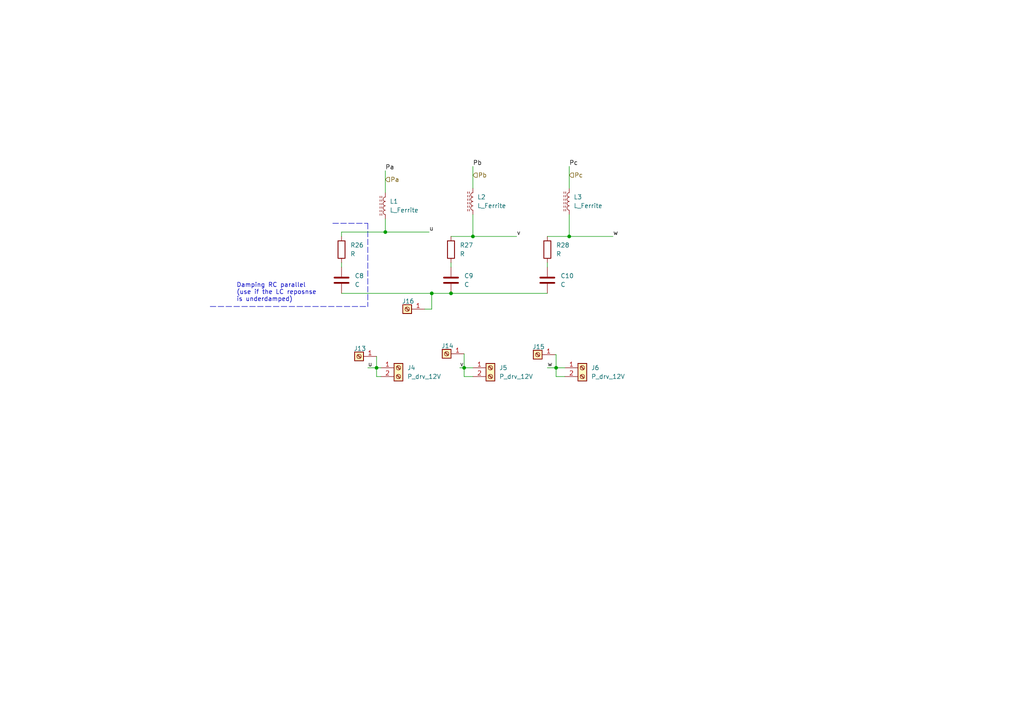
<source format=kicad_sch>
(kicad_sch (version 20211123) (generator eeschema)

  (uuid 8f0b4660-e1f3-4295-adde-62d68aeac5ee)

  (paper "A4")

  (title_block
    (title "Driver_board 3 phase inverter 6 Channel")
    (date "2022-09-01")
    (rev "2")
    (company "Designed By - Yawar Badri")
    (comment 3 "600V | 1200V | 600V")
  )

  (lib_symbols
    (symbol "Connector:Screw_Terminal_01x01" (pin_names (offset 1.016) hide) (in_bom yes) (on_board yes)
      (property "Reference" "J" (id 0) (at 0 2.54 0)
        (effects (font (size 1.27 1.27)))
      )
      (property "Value" "Screw_Terminal_01x01" (id 1) (at 0 -2.54 0)
        (effects (font (size 1.27 1.27)))
      )
      (property "Footprint" "" (id 2) (at 0 0 0)
        (effects (font (size 1.27 1.27)) hide)
      )
      (property "Datasheet" "~" (id 3) (at 0 0 0)
        (effects (font (size 1.27 1.27)) hide)
      )
      (property "ki_keywords" "screw terminal" (id 4) (at 0 0 0)
        (effects (font (size 1.27 1.27)) hide)
      )
      (property "ki_description" "Generic screw terminal, single row, 01x01, script generated (kicad-library-utils/schlib/autogen/connector/)" (id 5) (at 0 0 0)
        (effects (font (size 1.27 1.27)) hide)
      )
      (property "ki_fp_filters" "TerminalBlock*:*" (id 6) (at 0 0 0)
        (effects (font (size 1.27 1.27)) hide)
      )
      (symbol "Screw_Terminal_01x01_1_1"
        (rectangle (start -1.27 1.27) (end 1.27 -1.27)
          (stroke (width 0.254) (type default) (color 0 0 0 0))
          (fill (type background))
        )
        (polyline
          (pts
            (xy -0.5334 0.3302)
            (xy 0.3302 -0.508)
          )
          (stroke (width 0.1524) (type default) (color 0 0 0 0))
          (fill (type none))
        )
        (polyline
          (pts
            (xy -0.3556 0.508)
            (xy 0.508 -0.3302)
          )
          (stroke (width 0.1524) (type default) (color 0 0 0 0))
          (fill (type none))
        )
        (circle (center 0 0) (radius 0.635)
          (stroke (width 0.1524) (type default) (color 0 0 0 0))
          (fill (type none))
        )
        (pin passive line (at -5.08 0 0) (length 3.81)
          (name "Pin_1" (effects (font (size 1.27 1.27))))
          (number "1" (effects (font (size 1.27 1.27))))
        )
      )
    )
    (symbol "Connector:Screw_Terminal_01x02" (pin_names (offset 1.016) hide) (in_bom yes) (on_board yes)
      (property "Reference" "J" (id 0) (at 0 2.54 0)
        (effects (font (size 1.27 1.27)))
      )
      (property "Value" "Screw_Terminal_01x02" (id 1) (at 0 -5.08 0)
        (effects (font (size 1.27 1.27)))
      )
      (property "Footprint" "" (id 2) (at 0 0 0)
        (effects (font (size 1.27 1.27)) hide)
      )
      (property "Datasheet" "~" (id 3) (at 0 0 0)
        (effects (font (size 1.27 1.27)) hide)
      )
      (property "ki_keywords" "screw terminal" (id 4) (at 0 0 0)
        (effects (font (size 1.27 1.27)) hide)
      )
      (property "ki_description" "Generic screw terminal, single row, 01x02, script generated (kicad-library-utils/schlib/autogen/connector/)" (id 5) (at 0 0 0)
        (effects (font (size 1.27 1.27)) hide)
      )
      (property "ki_fp_filters" "TerminalBlock*:*" (id 6) (at 0 0 0)
        (effects (font (size 1.27 1.27)) hide)
      )
      (symbol "Screw_Terminal_01x02_1_1"
        (rectangle (start -1.27 1.27) (end 1.27 -3.81)
          (stroke (width 0.254) (type default) (color 0 0 0 0))
          (fill (type background))
        )
        (circle (center 0 -2.54) (radius 0.635)
          (stroke (width 0.1524) (type default) (color 0 0 0 0))
          (fill (type none))
        )
        (polyline
          (pts
            (xy -0.5334 -2.2098)
            (xy 0.3302 -3.048)
          )
          (stroke (width 0.1524) (type default) (color 0 0 0 0))
          (fill (type none))
        )
        (polyline
          (pts
            (xy -0.5334 0.3302)
            (xy 0.3302 -0.508)
          )
          (stroke (width 0.1524) (type default) (color 0 0 0 0))
          (fill (type none))
        )
        (polyline
          (pts
            (xy -0.3556 -2.032)
            (xy 0.508 -2.8702)
          )
          (stroke (width 0.1524) (type default) (color 0 0 0 0))
          (fill (type none))
        )
        (polyline
          (pts
            (xy -0.3556 0.508)
            (xy 0.508 -0.3302)
          )
          (stroke (width 0.1524) (type default) (color 0 0 0 0))
          (fill (type none))
        )
        (circle (center 0 0) (radius 0.635)
          (stroke (width 0.1524) (type default) (color 0 0 0 0))
          (fill (type none))
        )
        (pin passive line (at -5.08 0 0) (length 3.81)
          (name "Pin_1" (effects (font (size 1.27 1.27))))
          (number "1" (effects (font (size 1.27 1.27))))
        )
        (pin passive line (at -5.08 -2.54 0) (length 3.81)
          (name "Pin_2" (effects (font (size 1.27 1.27))))
          (number "2" (effects (font (size 1.27 1.27))))
        )
      )
    )
    (symbol "Device:C" (pin_numbers hide) (pin_names (offset 0.254)) (in_bom yes) (on_board yes)
      (property "Reference" "C" (id 0) (at 0.635 2.54 0)
        (effects (font (size 1.27 1.27)) (justify left))
      )
      (property "Value" "C" (id 1) (at 0.635 -2.54 0)
        (effects (font (size 1.27 1.27)) (justify left))
      )
      (property "Footprint" "" (id 2) (at 0.9652 -3.81 0)
        (effects (font (size 1.27 1.27)) hide)
      )
      (property "Datasheet" "~" (id 3) (at 0 0 0)
        (effects (font (size 1.27 1.27)) hide)
      )
      (property "ki_keywords" "cap capacitor" (id 4) (at 0 0 0)
        (effects (font (size 1.27 1.27)) hide)
      )
      (property "ki_description" "Unpolarized capacitor" (id 5) (at 0 0 0)
        (effects (font (size 1.27 1.27)) hide)
      )
      (property "ki_fp_filters" "C_*" (id 6) (at 0 0 0)
        (effects (font (size 1.27 1.27)) hide)
      )
      (symbol "C_0_1"
        (polyline
          (pts
            (xy -2.032 -0.762)
            (xy 2.032 -0.762)
          )
          (stroke (width 0.508) (type default) (color 0 0 0 0))
          (fill (type none))
        )
        (polyline
          (pts
            (xy -2.032 0.762)
            (xy 2.032 0.762)
          )
          (stroke (width 0.508) (type default) (color 0 0 0 0))
          (fill (type none))
        )
      )
      (symbol "C_1_1"
        (pin passive line (at 0 3.81 270) (length 2.794)
          (name "~" (effects (font (size 1.27 1.27))))
          (number "1" (effects (font (size 1.27 1.27))))
        )
        (pin passive line (at 0 -3.81 90) (length 2.794)
          (name "~" (effects (font (size 1.27 1.27))))
          (number "2" (effects (font (size 1.27 1.27))))
        )
      )
    )
    (symbol "Device:L_Ferrite" (pin_numbers hide) (pin_names (offset 1.016) hide) (in_bom yes) (on_board yes)
      (property "Reference" "L" (id 0) (at -1.27 0 90)
        (effects (font (size 1.27 1.27)))
      )
      (property "Value" "L_Ferrite" (id 1) (at 2.794 0 90)
        (effects (font (size 1.27 1.27)))
      )
      (property "Footprint" "" (id 2) (at 0 0 0)
        (effects (font (size 1.27 1.27)) hide)
      )
      (property "Datasheet" "~" (id 3) (at 0 0 0)
        (effects (font (size 1.27 1.27)) hide)
      )
      (property "ki_keywords" "inductor choke coil reactor magnetic" (id 4) (at 0 0 0)
        (effects (font (size 1.27 1.27)) hide)
      )
      (property "ki_description" "Inductor with ferrite core" (id 5) (at 0 0 0)
        (effects (font (size 1.27 1.27)) hide)
      )
      (property "ki_fp_filters" "Choke_* *Coil* Inductor_* L_*" (id 6) (at 0 0 0)
        (effects (font (size 1.27 1.27)) hide)
      )
      (symbol "L_Ferrite_0_1"
        (arc (start 0 -2.54) (mid 0.635 -1.905) (end 0 -1.27)
          (stroke (width 0) (type default) (color 0 0 0 0))
          (fill (type none))
        )
        (arc (start 0 -1.27) (mid 0.635 -0.635) (end 0 0)
          (stroke (width 0) (type default) (color 0 0 0 0))
          (fill (type none))
        )
        (polyline
          (pts
            (xy 1.016 -2.794)
            (xy 1.016 -2.286)
          )
          (stroke (width 0) (type default) (color 0 0 0 0))
          (fill (type none))
        )
        (polyline
          (pts
            (xy 1.016 -1.778)
            (xy 1.016 -1.27)
          )
          (stroke (width 0) (type default) (color 0 0 0 0))
          (fill (type none))
        )
        (polyline
          (pts
            (xy 1.016 -0.762)
            (xy 1.016 -0.254)
          )
          (stroke (width 0) (type default) (color 0 0 0 0))
          (fill (type none))
        )
        (polyline
          (pts
            (xy 1.016 0.254)
            (xy 1.016 0.762)
          )
          (stroke (width 0) (type default) (color 0 0 0 0))
          (fill (type none))
        )
        (polyline
          (pts
            (xy 1.016 1.27)
            (xy 1.016 1.778)
          )
          (stroke (width 0) (type default) (color 0 0 0 0))
          (fill (type none))
        )
        (polyline
          (pts
            (xy 1.016 2.286)
            (xy 1.016 2.794)
          )
          (stroke (width 0) (type default) (color 0 0 0 0))
          (fill (type none))
        )
        (polyline
          (pts
            (xy 1.524 -2.286)
            (xy 1.524 -2.794)
          )
          (stroke (width 0) (type default) (color 0 0 0 0))
          (fill (type none))
        )
        (polyline
          (pts
            (xy 1.524 -1.27)
            (xy 1.524 -1.778)
          )
          (stroke (width 0) (type default) (color 0 0 0 0))
          (fill (type none))
        )
        (polyline
          (pts
            (xy 1.524 -0.254)
            (xy 1.524 -0.762)
          )
          (stroke (width 0) (type default) (color 0 0 0 0))
          (fill (type none))
        )
        (polyline
          (pts
            (xy 1.524 0.762)
            (xy 1.524 0.254)
          )
          (stroke (width 0) (type default) (color 0 0 0 0))
          (fill (type none))
        )
        (polyline
          (pts
            (xy 1.524 1.778)
            (xy 1.524 1.27)
          )
          (stroke (width 0) (type default) (color 0 0 0 0))
          (fill (type none))
        )
        (polyline
          (pts
            (xy 1.524 2.794)
            (xy 1.524 2.286)
          )
          (stroke (width 0) (type default) (color 0 0 0 0))
          (fill (type none))
        )
        (arc (start 0 0) (mid 0.635 0.635) (end 0 1.27)
          (stroke (width 0) (type default) (color 0 0 0 0))
          (fill (type none))
        )
        (arc (start 0 1.27) (mid 0.635 1.905) (end 0 2.54)
          (stroke (width 0) (type default) (color 0 0 0 0))
          (fill (type none))
        )
      )
      (symbol "L_Ferrite_1_1"
        (pin passive line (at 0 3.81 270) (length 1.27)
          (name "1" (effects (font (size 1.27 1.27))))
          (number "1" (effects (font (size 1.27 1.27))))
        )
        (pin passive line (at 0 -3.81 90) (length 1.27)
          (name "2" (effects (font (size 1.27 1.27))))
          (number "2" (effects (font (size 1.27 1.27))))
        )
      )
    )
    (symbol "Device:R" (pin_numbers hide) (pin_names (offset 0)) (in_bom yes) (on_board yes)
      (property "Reference" "R" (id 0) (at 2.032 0 90)
        (effects (font (size 1.27 1.27)))
      )
      (property "Value" "R" (id 1) (at 0 0 90)
        (effects (font (size 1.27 1.27)))
      )
      (property "Footprint" "" (id 2) (at -1.778 0 90)
        (effects (font (size 1.27 1.27)) hide)
      )
      (property "Datasheet" "~" (id 3) (at 0 0 0)
        (effects (font (size 1.27 1.27)) hide)
      )
      (property "ki_keywords" "R res resistor" (id 4) (at 0 0 0)
        (effects (font (size 1.27 1.27)) hide)
      )
      (property "ki_description" "Resistor" (id 5) (at 0 0 0)
        (effects (font (size 1.27 1.27)) hide)
      )
      (property "ki_fp_filters" "R_*" (id 6) (at 0 0 0)
        (effects (font (size 1.27 1.27)) hide)
      )
      (symbol "R_0_1"
        (rectangle (start -1.016 -2.54) (end 1.016 2.54)
          (stroke (width 0.254) (type default) (color 0 0 0 0))
          (fill (type none))
        )
      )
      (symbol "R_1_1"
        (pin passive line (at 0 3.81 270) (length 1.27)
          (name "~" (effects (font (size 1.27 1.27))))
          (number "1" (effects (font (size 1.27 1.27))))
        )
        (pin passive line (at 0 -3.81 90) (length 1.27)
          (name "~" (effects (font (size 1.27 1.27))))
          (number "2" (effects (font (size 1.27 1.27))))
        )
      )
    )
  )

  (junction (at 111.76 67.31) (diameter 0) (color 0 0 0 0)
    (uuid 0ae64bef-a1cd-4b4f-af50-381c3a56ce9a)
  )
  (junction (at 130.81 85.09) (diameter 0) (color 0 0 0 0)
    (uuid 0e8dbdd0-5827-4c38-a565-16f3f4532a50)
  )
  (junction (at 165.1 68.58) (diameter 0) (color 0 0 0 0)
    (uuid 2b058095-7260-4aba-b356-4abec57faf87)
  )
  (junction (at 134.62 106.68) (diameter 0) (color 0 0 0 0)
    (uuid 95865ea7-4019-4928-917b-a49e7fcc3635)
  )
  (junction (at 109.22 106.68) (diameter 0) (color 0 0 0 0)
    (uuid a4d5ed22-8747-4732-a3be-b1896682d9af)
  )
  (junction (at 161.29 106.68) (diameter 0) (color 0 0 0 0)
    (uuid f384432a-8a19-4e7c-8990-422fc37d091b)
  )
  (junction (at 125.222 85.09) (diameter 0) (color 0 0 0 0)
    (uuid f822583b-74f2-4ca3-b9aa-3922681e2624)
  )
  (junction (at 137.16 68.58) (diameter 0) (color 0 0 0 0)
    (uuid fa004ecc-ce53-48b2-8c34-628551b78335)
  )

  (wire (pts (xy 134.62 109.22) (xy 134.62 106.68))
    (stroke (width 0) (type default) (color 0 0 0 0))
    (uuid 0c3c4b1a-bade-4ea1-ad7b-4717b6fe3533)
  )
  (wire (pts (xy 137.16 68.58) (xy 149.86 68.58))
    (stroke (width 0) (type default) (color 0 0 0 0))
    (uuid 0db2ad85-1980-4a54-b181-3983733b2387)
  )
  (wire (pts (xy 137.16 109.22) (xy 134.62 109.22))
    (stroke (width 0) (type default) (color 0 0 0 0))
    (uuid 13e0ab4a-6bb2-4fee-9543-3bd85e05b688)
  )
  (wire (pts (xy 134.62 106.68) (xy 137.16 106.68))
    (stroke (width 0) (type default) (color 0 0 0 0))
    (uuid 2a0810a7-ad28-465d-80d6-dce46d5df7d9)
  )
  (wire (pts (xy 130.81 76.2) (xy 130.81 77.47))
    (stroke (width 0) (type default) (color 0 0 0 0))
    (uuid 3201fef6-b728-4582-840b-d4ffa4eefdd6)
  )
  (wire (pts (xy 125.222 89.662) (xy 125.222 85.09))
    (stroke (width 0) (type default) (color 0 0 0 0))
    (uuid 342ac8e1-a2ea-4f0c-86d2-59ecc0c9a01c)
  )
  (wire (pts (xy 161.036 102.87) (xy 161.29 102.87))
    (stroke (width 0) (type default) (color 0 0 0 0))
    (uuid 3751595f-15d4-4887-84f0-83a062670f9c)
  )
  (wire (pts (xy 158.75 76.2) (xy 158.75 77.47))
    (stroke (width 0) (type default) (color 0 0 0 0))
    (uuid 3b1020f1-3e5c-4334-97a4-049d6fa2a85b)
  )
  (wire (pts (xy 109.22 106.68) (xy 110.49 106.68))
    (stroke (width 0) (type default) (color 0 0 0 0))
    (uuid 46ee7ff6-c167-42c8-95d9-a59740d04ef2)
  )
  (wire (pts (xy 110.49 109.22) (xy 109.22 109.22))
    (stroke (width 0) (type default) (color 0 0 0 0))
    (uuid 69e914e4-07d9-4ecc-aeed-c06534486911)
  )
  (wire (pts (xy 158.75 68.58) (xy 165.1 68.58))
    (stroke (width 0) (type default) (color 0 0 0 0))
    (uuid 6aac9da8-d622-47ec-ad5b-2c1c4161bb18)
  )
  (wire (pts (xy 111.76 67.31) (xy 124.46 67.31))
    (stroke (width 0) (type default) (color 0 0 0 0))
    (uuid 70ee2500-e2d5-423e-b409-c59dfd4abc31)
  )
  (wire (pts (xy 163.83 109.22) (xy 161.29 109.22))
    (stroke (width 0) (type default) (color 0 0 0 0))
    (uuid 713e9e46-1fb6-4ebc-a05b-19c6fac5eba7)
  )
  (wire (pts (xy 165.1 48.26) (xy 165.1 54.61))
    (stroke (width 0) (type default) (color 0 0 0 0))
    (uuid 7302443c-d754-4804-8b5c-ea2d639f0022)
  )
  (wire (pts (xy 99.06 76.2) (xy 99.06 77.47))
    (stroke (width 0) (type default) (color 0 0 0 0))
    (uuid 73ab6626-6f85-4ca3-8b49-4c1040a3f145)
  )
  (wire (pts (xy 111.76 63.5) (xy 111.76 67.31))
    (stroke (width 0) (type default) (color 0 0 0 0))
    (uuid 7bce9b13-22e7-4f3c-b4bf-8511b2e0f9e9)
  )
  (polyline (pts (xy 60.96 88.9) (xy 106.68 88.9))
    (stroke (width 0) (type default) (color 0 0 0 0))
    (uuid 7d7b3500-7e9c-4db4-819e-dc54d193fb5c)
  )

  (wire (pts (xy 158.75 106.68) (xy 161.29 106.68))
    (stroke (width 0) (type default) (color 0 0 0 0))
    (uuid 80aee000-3ff3-415d-9ddb-452231d5fb01)
  )
  (wire (pts (xy 99.06 67.31) (xy 111.76 67.31))
    (stroke (width 0) (type default) (color 0 0 0 0))
    (uuid 820dacf0-aaa2-4d42-9e24-14e7e199f49e)
  )
  (polyline (pts (xy 96.52 64.77) (xy 106.68 64.77))
    (stroke (width 0) (type default) (color 0 0 0 0))
    (uuid 8477a997-0049-485e-af28-92c2006d3735)
  )
  (polyline (pts (xy 106.68 64.77) (xy 106.68 88.9))
    (stroke (width 0) (type default) (color 0 0 0 0))
    (uuid 8739a991-8ad3-488b-b713-dc27aabfc02d)
  )

  (wire (pts (xy 106.68 106.68) (xy 109.22 106.68))
    (stroke (width 0) (type default) (color 0 0 0 0))
    (uuid 8907a219-8087-4e8b-8a05-4b1ecd115149)
  )
  (wire (pts (xy 109.22 109.22) (xy 109.22 106.68))
    (stroke (width 0) (type default) (color 0 0 0 0))
    (uuid 8f115057-8706-4080-9f95-ae86a3890cbf)
  )
  (wire (pts (xy 165.1 68.58) (xy 177.8 68.58))
    (stroke (width 0) (type default) (color 0 0 0 0))
    (uuid 8f2743cb-7ea2-4883-9d3f-036413b6bf1d)
  )
  (wire (pts (xy 123.19 89.662) (xy 125.222 89.662))
    (stroke (width 0) (type default) (color 0 0 0 0))
    (uuid 94303b63-1153-4f71-8085-46f30d459f0c)
  )
  (wire (pts (xy 161.29 109.22) (xy 161.29 106.68))
    (stroke (width 0) (type default) (color 0 0 0 0))
    (uuid 9737e753-37ef-408e-ae09-bf197c456351)
  )
  (wire (pts (xy 111.76 49.53) (xy 111.76 55.88))
    (stroke (width 0) (type default) (color 0 0 0 0))
    (uuid 9a10553f-259c-4fdd-9a37-6477312d1262)
  )
  (wire (pts (xy 125.222 85.09) (xy 130.81 85.09))
    (stroke (width 0) (type default) (color 0 0 0 0))
    (uuid b94ae45e-cbde-4706-a98a-ef7cbcba9b73)
  )
  (wire (pts (xy 161.29 106.68) (xy 163.83 106.68))
    (stroke (width 0) (type default) (color 0 0 0 0))
    (uuid c25f612f-fd82-48c1-93db-2e78ad7f5d4a)
  )
  (wire (pts (xy 133.35 106.68) (xy 134.62 106.68))
    (stroke (width 0) (type default) (color 0 0 0 0))
    (uuid c2d98ff4-66bb-43aa-a316-92d2b866a3cd)
  )
  (wire (pts (xy 134.62 102.616) (xy 134.62 106.68))
    (stroke (width 0) (type default) (color 0 0 0 0))
    (uuid cb914298-1df2-4d7b-9e32-0803d35e9643)
  )
  (wire (pts (xy 99.06 68.58) (xy 99.06 67.31))
    (stroke (width 0) (type default) (color 0 0 0 0))
    (uuid cc5d5e6d-f872-4ee6-834b-15f8111542fc)
  )
  (wire (pts (xy 109.22 103.378) (xy 109.22 106.68))
    (stroke (width 0) (type default) (color 0 0 0 0))
    (uuid cd058716-4160-4691-9778-f3df5289301a)
  )
  (wire (pts (xy 99.06 85.09) (xy 125.222 85.09))
    (stroke (width 0) (type default) (color 0 0 0 0))
    (uuid cf78d092-ce08-42e5-80b9-0ee0306313d7)
  )
  (wire (pts (xy 130.81 68.58) (xy 137.16 68.58))
    (stroke (width 0) (type default) (color 0 0 0 0))
    (uuid e42a8ade-4e54-4a51-b313-c59335ca7412)
  )
  (wire (pts (xy 165.1 62.23) (xy 165.1 68.58))
    (stroke (width 0) (type default) (color 0 0 0 0))
    (uuid f3c9c0c8-d859-48de-9a78-f1a9c888baf0)
  )
  (wire (pts (xy 161.29 102.87) (xy 161.29 106.68))
    (stroke (width 0) (type default) (color 0 0 0 0))
    (uuid f5d3e87b-336f-4f9e-a70f-dcddd04e0227)
  )
  (wire (pts (xy 137.16 48.26) (xy 137.16 54.61))
    (stroke (width 0) (type default) (color 0 0 0 0))
    (uuid f6a3b835-7aa4-40e4-93a1-632743fe5fd1)
  )
  (wire (pts (xy 137.16 62.23) (xy 137.16 68.58))
    (stroke (width 0) (type default) (color 0 0 0 0))
    (uuid faa8818d-9148-4216-862c-ebf23dc85172)
  )
  (wire (pts (xy 130.81 85.09) (xy 158.75 85.09))
    (stroke (width 0) (type default) (color 0 0 0 0))
    (uuid fbc6da8d-9736-44c5-80cf-581d8be454db)
  )

  (text "Damping RC parallel\n(use if the LC reposnse\nis underdamped)"
    (at 68.58 87.63 0)
    (effects (font (size 1.27 1.27)) (justify left bottom))
    (uuid fec3f3ea-7925-4522-9c85-a240b1c303b1)
  )

  (label "u" (at 124.46 67.31 0)
    (effects (font (size 1.27 1.27)) (justify left bottom))
    (uuid 235e7bc4-a9bd-4552-a74f-a8d2b538e4e0)
  )
  (label "v" (at 149.86 68.58 0)
    (effects (font (size 1.27 1.27)) (justify left bottom))
    (uuid 25b824ca-a0a5-4724-8b5f-7959929e326a)
  )
  (label "v" (at 133.35 106.68 0)
    (effects (font (size 1.27 1.27)) (justify left bottom))
    (uuid 4a4937a8-52cb-4c1c-8188-7d4ca9666a3b)
  )
  (label "w" (at 158.75 106.68 0)
    (effects (font (size 1.27 1.27)) (justify left bottom))
    (uuid 5c5ac90a-4a5f-48b9-8e63-e85681b8b008)
  )
  (label "w" (at 177.8 68.58 0)
    (effects (font (size 1.27 1.27)) (justify left bottom))
    (uuid 8271f1f5-6c96-4a54-947c-2850b1250fa5)
  )
  (label "Pb" (at 137.16 48.26 0)
    (effects (font (size 1.27 1.27)) (justify left bottom))
    (uuid bcc940bd-1b14-4981-b5b9-243f24707a22)
  )
  (label "Pc" (at 165.1 48.26 0)
    (effects (font (size 1.27 1.27)) (justify left bottom))
    (uuid d4e1cedc-a9ed-4cb2-9dbb-eac1f5287add)
  )
  (label "Pa" (at 111.76 49.53 0)
    (effects (font (size 1.27 1.27)) (justify left bottom))
    (uuid e0818c9c-18c0-4c03-8b15-83bcafe5ce55)
  )
  (label "u" (at 106.68 106.68 0)
    (effects (font (size 1.27 1.27)) (justify left bottom))
    (uuid f14d1184-4d4f-42eb-8e27-f562af43de8f)
  )

  (hierarchical_label "Pa" (shape input) (at 111.76 52.07 0)
    (effects (font (size 1.27 1.27)) (justify left))
    (uuid 1b93aa8c-33ff-4973-bbfa-78a218c8530b)
  )
  (hierarchical_label "Pb" (shape input) (at 137.16 50.8 0)
    (effects (font (size 1.27 1.27)) (justify left))
    (uuid 7702710c-f493-4493-bc17-75e0206ea75a)
  )
  (hierarchical_label "Pc" (shape input) (at 165.1 50.8 0)
    (effects (font (size 1.27 1.27)) (justify left))
    (uuid 9515c456-0939-4007-8ff7-d24c99f9433b)
  )

  (symbol (lib_id "Device:L_Ferrite") (at 165.1 58.42 180) (unit 1)
    (in_bom yes) (on_board yes) (fields_autoplaced)
    (uuid 04a26886-4a69-43e8-8f50-6d9adb50ad87)
    (property "Reference" "L3" (id 0) (at 166.37 57.1499 0)
      (effects (font (size 1.27 1.27)) (justify right))
    )
    (property "Value" "L_Ferrite" (id 1) (at 166.37 59.6899 0)
      (effects (font (size 1.27 1.27)) (justify right))
    )
    (property "Footprint" "Inductor_THT:L_Toroid_Vertical_L41.9mm_W19.1mm_P15.80mm_Vishay_TJ7" (id 2) (at 165.1 58.42 0)
      (effects (font (size 1.27 1.27)) hide)
    )
    (property "Datasheet" "~" (id 3) (at 165.1 58.42 0)
      (effects (font (size 1.27 1.27)) hide)
    )
    (pin "1" (uuid ce9ab8ed-118e-46b4-bb1e-03bac58f36c0))
    (pin "2" (uuid 3004ba67-3700-4b44-bf84-8bc5765fe6c2))
  )

  (symbol (lib_id "Device:R") (at 99.06 72.39 0) (unit 1)
    (in_bom yes) (on_board yes) (fields_autoplaced)
    (uuid 1ca794d0-32aa-44c2-aadc-8e0c5f081ae2)
    (property "Reference" "R26" (id 0) (at 101.6 71.1199 0)
      (effects (font (size 1.27 1.27)) (justify left))
    )
    (property "Value" "R" (id 1) (at 101.6 73.6599 0)
      (effects (font (size 1.27 1.27)) (justify left))
    )
    (property "Footprint" "Resistor_THT:R_Axial_Power_L38.0mm_W9.0mm_P40.64mm" (id 2) (at 97.282 72.39 90)
      (effects (font (size 1.27 1.27)) hide)
    )
    (property "Datasheet" "https://www.farnell.com/datasheets/1851787.pdf" (id 3) (at 99.06 72.39 0)
      (effects (font (size 1.27 1.27)) hide)
    )
    (property "tanotis" "https://www.tanotis.com/products/international-resistive-caw1068r0jlf-wirewound-resistor-68-ohm-10w-5" (id 4) (at 99.06 72.39 0)
      (effects (font (size 1.27 1.27)) hide)
    )
    (pin "1" (uuid 4f204b1a-7f19-4951-91cd-272ed860b165))
    (pin "2" (uuid d0ea16ad-3dc4-4d6d-92d5-5bf1a6c89305))
  )

  (symbol (lib_id "Device:R") (at 158.75 72.39 0) (unit 1)
    (in_bom yes) (on_board yes) (fields_autoplaced)
    (uuid 21eb0706-7ee1-4dfb-9e40-490ae4ed0678)
    (property "Reference" "R28" (id 0) (at 161.29 71.1199 0)
      (effects (font (size 1.27 1.27)) (justify left))
    )
    (property "Value" "R" (id 1) (at 161.29 73.6599 0)
      (effects (font (size 1.27 1.27)) (justify left))
    )
    (property "Footprint" "Resistor_THT:R_Axial_Power_L38.0mm_W9.0mm_P40.64mm" (id 2) (at 156.972 72.39 90)
      (effects (font (size 1.27 1.27)) hide)
    )
    (property "Datasheet" "~" (id 3) (at 158.75 72.39 0)
      (effects (font (size 1.27 1.27)) hide)
    )
    (pin "1" (uuid 0c7016a3-3a77-4fe5-82d8-39c5657666fa))
    (pin "2" (uuid f4cf28f4-f4a0-4407-8a36-b66f9635ed8d))
  )

  (symbol (lib_id "Device:R") (at 130.81 72.39 0) (unit 1)
    (in_bom yes) (on_board yes) (fields_autoplaced)
    (uuid 23865cc4-ed4f-45cd-bb64-02e8cb14dde2)
    (property "Reference" "R27" (id 0) (at 133.35 71.1199 0)
      (effects (font (size 1.27 1.27)) (justify left))
    )
    (property "Value" "R" (id 1) (at 133.35 73.6599 0)
      (effects (font (size 1.27 1.27)) (justify left))
    )
    (property "Footprint" "Resistor_THT:R_Axial_Power_L38.0mm_W9.0mm_P40.64mm" (id 2) (at 129.032 72.39 90)
      (effects (font (size 1.27 1.27)) hide)
    )
    (property "Datasheet" "~" (id 3) (at 130.81 72.39 0)
      (effects (font (size 1.27 1.27)) hide)
    )
    (pin "1" (uuid 5672d759-f168-4769-a5b7-68a74d2c0767))
    (pin "2" (uuid 38a815fe-f6ad-432f-8daa-ed082e085653))
  )

  (symbol (lib_id "Connector:Screw_Terminal_01x02") (at 142.24 106.68 0) (unit 1)
    (in_bom yes) (on_board yes) (fields_autoplaced)
    (uuid 34866301-0c06-41e6-b61c-d79ed2f47a6e)
    (property "Reference" "J5" (id 0) (at 144.78 106.6799 0)
      (effects (font (size 1.27 1.27)) (justify left))
    )
    (property "Value" "P_drv_12V" (id 1) (at 144.78 109.2199 0)
      (effects (font (size 1.27 1.27)) (justify left))
    )
    (property "Footprint" "TerminalBlock_Phoenix:TerminalBlock_Phoenix_MKDS-1,5-2_1x02_P5.00mm_Horizontal" (id 2) (at 142.24 106.68 0)
      (effects (font (size 1.27 1.27)) hide)
    )
    (property "Datasheet" "~" (id 3) (at 142.24 106.68 0)
      (effects (font (size 1.27 1.27)) hide)
    )
    (pin "1" (uuid d6483310-63d0-407b-b54a-4fb060641827))
    (pin "2" (uuid 0c09726c-1b56-4252-9de0-9e9de6ec4025))
  )

  (symbol (lib_id "Connector:Screw_Terminal_01x01") (at 129.54 102.616 180) (unit 1)
    (in_bom yes) (on_board yes)
    (uuid 50cf2026-7575-430e-9060-5b5c9efb28df)
    (property "Reference" "J14" (id 0) (at 129.794 100.33 0))
    (property "Value" "Screw_Terminal_01x01" (id 1) (at 129.54 98.552 0)
      (effects (font (size 1.27 1.27)) hide)
    )
    (property "Footprint" "Connector:Banana_Jack_1Pin" (id 2) (at 129.54 102.616 0)
      (effects (font (size 1.27 1.27)) hide)
    )
    (property "Datasheet" "~" (id 3) (at 129.54 102.616 0)
      (effects (font (size 1.27 1.27)) hide)
    )
    (pin "1" (uuid f6014403-0d75-467d-9024-4802c80f969a))
  )

  (symbol (lib_id "Device:C") (at 130.81 81.28 180) (unit 1)
    (in_bom yes) (on_board yes) (fields_autoplaced)
    (uuid 629fa7a9-b0e9-48d4-91a7-51e1027275dd)
    (property "Reference" "C9" (id 0) (at 134.62 80.0099 0)
      (effects (font (size 1.27 1.27)) (justify right))
    )
    (property "Value" "C" (id 1) (at 134.62 82.5499 0)
      (effects (font (size 1.27 1.27)) (justify right))
    )
    (property "Footprint" "Capacitor_THT:C_Rect_L26.5mm_W10.5mm_P22.50mm_MKS4" (id 2) (at 129.8448 77.47 0)
      (effects (font (size 1.27 1.27)) hide)
    )
    (property "Datasheet" "~" (id 3) (at 130.81 81.28 0)
      (effects (font (size 1.27 1.27)) hide)
    )
    (pin "1" (uuid 91887a77-aaf5-43ef-810d-8313c8b337d7))
    (pin "2" (uuid b448eeb5-3170-43be-ac42-b811729e7e67))
  )

  (symbol (lib_id "Connector:Screw_Terminal_01x02") (at 115.57 106.68 0) (unit 1)
    (in_bom yes) (on_board yes) (fields_autoplaced)
    (uuid 68da758a-43b4-4b5c-a907-040515fea237)
    (property "Reference" "J4" (id 0) (at 118.11 106.6799 0)
      (effects (font (size 1.27 1.27)) (justify left))
    )
    (property "Value" "P_drv_12V" (id 1) (at 118.11 109.2199 0)
      (effects (font (size 1.27 1.27)) (justify left))
    )
    (property "Footprint" "TerminalBlock_Phoenix:TerminalBlock_Phoenix_MKDS-1,5-2_1x02_P5.00mm_Horizontal" (id 2) (at 115.57 106.68 0)
      (effects (font (size 1.27 1.27)) hide)
    )
    (property "Datasheet" "~" (id 3) (at 115.57 106.68 0)
      (effects (font (size 1.27 1.27)) hide)
    )
    (pin "1" (uuid 2a564316-1f85-4e47-b730-59dd68e29fec))
    (pin "2" (uuid 985a70b2-f42c-4cf2-9b18-4ff1c38258fd))
  )

  (symbol (lib_id "Connector:Screw_Terminal_01x01") (at 155.956 102.87 180) (unit 1)
    (in_bom yes) (on_board yes)
    (uuid 846aa9fb-338e-4db0-97fd-7c9c03ac6898)
    (property "Reference" "J15" (id 0) (at 156.21 100.584 0))
    (property "Value" "Screw_Terminal_01x01" (id 1) (at 155.956 98.806 0)
      (effects (font (size 1.27 1.27)) hide)
    )
    (property "Footprint" "Connector:Banana_Jack_1Pin" (id 2) (at 155.956 102.87 0)
      (effects (font (size 1.27 1.27)) hide)
    )
    (property "Datasheet" "~" (id 3) (at 155.956 102.87 0)
      (effects (font (size 1.27 1.27)) hide)
    )
    (pin "1" (uuid 0bf67f95-63e0-4cf9-975e-9fca1866cc10))
  )

  (symbol (lib_id "Device:L_Ferrite") (at 111.76 59.69 180) (unit 1)
    (in_bom yes) (on_board yes) (fields_autoplaced)
    (uuid 89ca8d81-2877-4421-8eca-35972e0d9ea4)
    (property "Reference" "L1" (id 0) (at 113.03 58.4199 0)
      (effects (font (size 1.27 1.27)) (justify right))
    )
    (property "Value" "L_Ferrite" (id 1) (at 113.03 60.9599 0)
      (effects (font (size 1.27 1.27)) (justify right))
    )
    (property "Footprint" "Inductor_THT:L_Toroid_Vertical_L41.9mm_W19.1mm_P15.80mm_Vishay_TJ7" (id 2) (at 111.76 59.69 0)
      (effects (font (size 1.27 1.27)) hide)
    )
    (property "Datasheet" "~" (id 3) (at 111.76 59.69 0)
      (effects (font (size 1.27 1.27)) hide)
    )
    (pin "1" (uuid 2653f08a-d587-443d-8fd3-241f46eda9db))
    (pin "2" (uuid 02f84625-f5bd-40e6-8986-c26bbbebf848))
  )

  (symbol (lib_id "Device:C") (at 99.06 81.28 180) (unit 1)
    (in_bom yes) (on_board yes) (fields_autoplaced)
    (uuid 90bb4387-1317-44e3-b551-1717c97cb3af)
    (property "Reference" "C8" (id 0) (at 102.87 80.0099 0)
      (effects (font (size 1.27 1.27)) (justify right))
    )
    (property "Value" "C" (id 1) (at 102.87 82.5499 0)
      (effects (font (size 1.27 1.27)) (justify right))
    )
    (property "Footprint" "Capacitor_THT:C_Rect_L26.5mm_W10.5mm_P22.50mm_MKS4" (id 2) (at 98.0948 77.47 0)
      (effects (font (size 1.27 1.27)) hide)
    )
    (property "Datasheet" "https://www.farnell.com/datasheets/3048623.pdf" (id 3) (at 99.06 81.28 0)
      (effects (font (size 1.27 1.27)) hide)
    )
    (property "tanotis" "https://www.tanotis.com/products/multicomp-pro-mp004162-snubber-capacitor-0-22-uf-850-vdc-450-vac-8-a-plusmn-10-axial-leaded" (id 4) (at 99.06 81.28 0)
      (effects (font (size 1.27 1.27)) hide)
    )
    (pin "1" (uuid 2ed6bbfc-5d71-4a7f-b15f-5d33b01d7611))
    (pin "2" (uuid e023ff93-c8c0-41fe-8feb-b6f5c6359c7d))
  )

  (symbol (lib_id "Connector:Screw_Terminal_01x02") (at 168.91 106.68 0) (unit 1)
    (in_bom yes) (on_board yes) (fields_autoplaced)
    (uuid c0bc51d4-0337-44ba-a030-52a83be18f03)
    (property "Reference" "J6" (id 0) (at 171.45 106.6799 0)
      (effects (font (size 1.27 1.27)) (justify left))
    )
    (property "Value" "P_drv_12V" (id 1) (at 171.45 109.2199 0)
      (effects (font (size 1.27 1.27)) (justify left))
    )
    (property "Footprint" "TerminalBlock_Phoenix:TerminalBlock_Phoenix_MKDS-1,5-2_1x02_P5.00mm_Horizontal" (id 2) (at 168.91 106.68 0)
      (effects (font (size 1.27 1.27)) hide)
    )
    (property "Datasheet" "~" (id 3) (at 168.91 106.68 0)
      (effects (font (size 1.27 1.27)) hide)
    )
    (pin "1" (uuid 29d48d9e-e367-4802-af0e-3124db4d23fb))
    (pin "2" (uuid fc1890a9-3ac6-443a-8bf9-838e3834bf11))
  )

  (symbol (lib_id "Device:C") (at 158.75 81.28 180) (unit 1)
    (in_bom yes) (on_board yes) (fields_autoplaced)
    (uuid c8c7928b-2b90-43c8-b162-f290aa61425a)
    (property "Reference" "C10" (id 0) (at 162.56 80.0099 0)
      (effects (font (size 1.27 1.27)) (justify right))
    )
    (property "Value" "C" (id 1) (at 162.56 82.5499 0)
      (effects (font (size 1.27 1.27)) (justify right))
    )
    (property "Footprint" "Capacitor_THT:C_Rect_L26.5mm_W10.5mm_P22.50mm_MKS4" (id 2) (at 157.7848 77.47 0)
      (effects (font (size 1.27 1.27)) hide)
    )
    (property "Datasheet" "~" (id 3) (at 158.75 81.28 0)
      (effects (font (size 1.27 1.27)) hide)
    )
    (pin "1" (uuid e9138720-ee4b-4029-bdc4-064052a3fae1))
    (pin "2" (uuid b8c49f89-cd9a-4643-95e3-ff5459638eb0))
  )

  (symbol (lib_id "Connector:Screw_Terminal_01x01") (at 104.14 103.378 180) (unit 1)
    (in_bom yes) (on_board yes)
    (uuid cb494a0b-0e55-4bc9-a95d-4b7a09ffc13b)
    (property "Reference" "J13" (id 0) (at 104.394 101.092 0))
    (property "Value" "Screw_Terminal_01x01" (id 1) (at 104.14 99.314 0)
      (effects (font (size 1.27 1.27)) hide)
    )
    (property "Footprint" "Connector:Banana_Jack_1Pin" (id 2) (at 104.14 103.378 0)
      (effects (font (size 1.27 1.27)) hide)
    )
    (property "Datasheet" "~" (id 3) (at 104.14 103.378 0)
      (effects (font (size 1.27 1.27)) hide)
    )
    (pin "1" (uuid 79487df3-ea74-43e2-bbfd-3ce433940212))
  )

  (symbol (lib_id "Device:L_Ferrite") (at 137.16 58.42 180) (unit 1)
    (in_bom yes) (on_board yes) (fields_autoplaced)
    (uuid df204b6d-deec-4177-bec6-779fc858886e)
    (property "Reference" "L2" (id 0) (at 138.43 57.1499 0)
      (effects (font (size 1.27 1.27)) (justify right))
    )
    (property "Value" "L_Ferrite" (id 1) (at 138.43 59.6899 0)
      (effects (font (size 1.27 1.27)) (justify right))
    )
    (property "Footprint" "Inductor_THT:L_Toroid_Vertical_L41.9mm_W19.1mm_P15.80mm_Vishay_TJ7" (id 2) (at 137.16 58.42 0)
      (effects (font (size 1.27 1.27)) hide)
    )
    (property "Datasheet" "~" (id 3) (at 137.16 58.42 0)
      (effects (font (size 1.27 1.27)) hide)
    )
    (pin "1" (uuid 2393399d-041e-4aa8-a076-0b924750ead6))
    (pin "2" (uuid 7afc21cd-fd8b-4190-a0b9-f9c8b3c37bad))
  )

  (symbol (lib_id "Connector:Screw_Terminal_01x01") (at 118.11 89.662 180) (unit 1)
    (in_bom yes) (on_board yes)
    (uuid e0e2e8b9-8f81-4609-ace8-6c1a4406ee5e)
    (property "Reference" "J16" (id 0) (at 118.364 87.376 0))
    (property "Value" "Screw_Terminal_01x01" (id 1) (at 118.11 85.598 0)
      (effects (font (size 1.27 1.27)) hide)
    )
    (property "Footprint" "Connector:Banana_Jack_1Pin" (id 2) (at 118.11 89.662 0)
      (effects (font (size 1.27 1.27)) hide)
    )
    (property "Datasheet" "~" (id 3) (at 118.11 89.662 0)
      (effects (font (size 1.27 1.27)) hide)
    )
    (pin "1" (uuid 373a42eb-a5ab-4f7d-993a-7d344f7bde79))
  )
)

</source>
